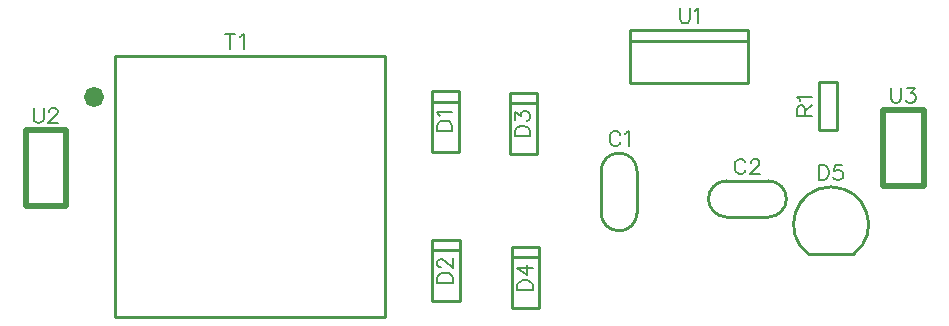
<source format=gbr>
G04 DipTrace 3.0.0.1*
G04 TopSilk.gbr*
%MOIN*%
G04 #@! TF.FileFunction,Legend,Top*
G04 #@! TF.Part,Single*
%ADD10C,0.009843*%
%ADD21C,0.019685*%
%ADD25O,0.067339X0.065076*%
%ADD59C,0.00772*%
%FSLAX26Y26*%
G04*
G70*
G90*
G75*
G01*
G04 TopSilk*
%LPD*%
X2434882Y1099468D2*
D10*
Y959588D1*
X2554882Y1099468D2*
Y959588D1*
X2434882D2*
G03X2554882Y959588I60000J-60D01*
G01*
Y1099468D2*
G03X2434882Y1099468I-60000J60D01*
G01*
X2992775Y1066299D2*
X2852895D1*
X2992775Y946299D2*
X2852895D1*
Y1066299D2*
G03X2852895Y946299I-60J-60000D01*
G01*
X2992775D2*
G03X2992775Y1066299I60J60000D01*
G01*
X1871260Y1364252D2*
X1961811D1*
Y1163307D1*
X1871260Y1330868D2*
X1961811D1*
X1871260Y1163307D2*
X1961811D1*
X1871260Y1364252D2*
Y1163307D1*
X1872441Y868189D2*
X1962992D1*
Y667244D1*
X1872441Y834805D2*
X1962992D1*
X1872441Y667244D2*
X1962992D1*
X1872441Y868189D2*
Y667244D1*
X2130315Y1357953D2*
X2220866D1*
Y1157008D1*
X2130315Y1324569D2*
X2220866D1*
X2130315Y1157008D2*
X2220866D1*
X2130315Y1357953D2*
Y1157008D1*
X2138976Y844961D2*
X2229528D1*
Y644016D1*
X2138976Y811576D2*
X2229528D1*
X2138976Y644016D2*
X2229528D1*
X2138976Y844961D2*
Y644016D1*
X3276513Y821266D2*
X3126637D1*
X3276813Y821491D2*
G03X3126337Y821491I-75238J99796D01*
G01*
X516535Y1236220D2*
D21*
X652362D1*
Y983071D1*
X516535D1*
Y1236220D1*
X3222520Y1394717D2*
D10*
X3162520D1*
X3222520Y1234417D2*
Y1394717D1*
Y1234417D2*
X3162520D1*
Y1394717D1*
X812997Y1483425D2*
X1713021D1*
Y613425D1*
X812997D1*
Y1483425D1*
D25*
X746108Y1346313D3*
X2531496Y1568504D2*
D10*
X2925197D1*
Y1391339D1*
X2531496D1*
Y1568504D1*
Y1533071D2*
X2925197D1*
X3374803Y1303543D2*
D21*
X3510630D1*
Y1050394D1*
X3374803D1*
Y1303543D1*
X2499100Y1220812D2*
D59*
X2496724Y1225566D1*
X2491915Y1230374D1*
X2487162Y1232751D1*
X2477601D1*
X2472792Y1230374D1*
X2468039Y1225566D1*
X2465607Y1220812D1*
X2463231Y1213627D1*
Y1201634D1*
X2465607Y1194504D1*
X2468039Y1189696D1*
X2472792Y1184942D1*
X2477601Y1182511D1*
X2487162D1*
X2491915Y1184942D1*
X2496724Y1189696D1*
X2499100Y1194504D1*
X2514540Y1223134D2*
X2519348Y1225566D1*
X2526533Y1232695D1*
Y1182511D1*
X2916303Y1127584D2*
X2913927Y1132337D1*
X2909118Y1137146D1*
X2904365Y1139522D1*
X2894803D1*
X2889995Y1137146D1*
X2885242Y1132337D1*
X2882810Y1127584D1*
X2880433Y1120399D1*
Y1108406D1*
X2882810Y1101276D1*
X2885242Y1096467D1*
X2889995Y1091714D1*
X2894803Y1089282D1*
X2904365D1*
X2909118Y1091714D1*
X2913927Y1096467D1*
X2916303Y1101276D1*
X2934174Y1127529D2*
Y1129905D1*
X2936551Y1134714D1*
X2938928Y1137090D1*
X2943736Y1139467D1*
X2953298D1*
X2958051Y1137090D1*
X2960427Y1134714D1*
X2962859Y1129905D1*
Y1125152D1*
X2960427Y1120344D1*
X2955674Y1113214D1*
X2931743Y1089282D1*
X2965236D1*
X1888403Y1233317D2*
X1938643D1*
Y1250063D1*
X1936211Y1257248D1*
X1931458Y1262057D1*
X1926650Y1264433D1*
X1919520Y1266810D1*
X1907527D1*
X1900342Y1264433D1*
X1895588Y1262057D1*
X1890780Y1257248D1*
X1888403Y1250063D1*
Y1233317D1*
X1898020Y1282249D2*
X1895588Y1287058D1*
X1888459Y1294243D1*
X1938643D1*
X1889584Y726504D2*
X1939824D1*
Y743250D1*
X1937393Y750435D1*
X1932639Y755244D1*
X1927831Y757620D1*
X1920701Y759997D1*
X1908708D1*
X1901523Y757620D1*
X1896769Y755244D1*
X1891961Y750435D1*
X1889584Y743250D1*
Y726504D1*
X1901578Y777868D2*
X1899201D1*
X1894393Y780245D1*
X1892016Y782621D1*
X1889640Y787430D1*
Y796991D1*
X1892016Y801745D1*
X1894393Y804121D1*
X1899201Y806553D1*
X1903954D1*
X1908763Y804121D1*
X1915893Y799368D1*
X1939824Y775436D1*
Y808930D1*
X2147458Y1216267D2*
X2197698D1*
Y1233014D1*
X2195267Y1240199D1*
X2190513Y1245008D1*
X2185705Y1247384D1*
X2178575Y1249761D1*
X2166582D1*
X2159397Y1247384D1*
X2154643Y1245008D1*
X2149835Y1240199D1*
X2147458Y1233014D1*
Y1216267D1*
X2147514Y1270008D2*
Y1296261D1*
X2166637Y1281947D1*
Y1289132D1*
X2169014Y1293885D1*
X2171390Y1296261D1*
X2178575Y1298693D1*
X2183328D1*
X2190513Y1296261D1*
X2195322Y1291508D1*
X2197698Y1284323D1*
Y1277138D1*
X2195322Y1270008D1*
X2192890Y1267632D1*
X2188137Y1265200D1*
X2156120Y702087D2*
X2206360D1*
Y718834D1*
X2203928Y726019D1*
X2199175Y730827D1*
X2194366Y733204D1*
X2187237Y735580D1*
X2175243D1*
X2168058Y733204D1*
X2163305Y730827D1*
X2158496Y726019D1*
X2156120Y718834D1*
Y702087D1*
X2206360Y774951D2*
X2156175D1*
X2189613Y751020D1*
Y786889D1*
X3160362Y1119489D2*
Y1069249D1*
X3177109D1*
X3184294Y1071681D1*
X3189102Y1076435D1*
X3191479Y1081243D1*
X3193855Y1088373D1*
Y1100366D1*
X3191479Y1107551D1*
X3189102Y1112304D1*
X3184294Y1117113D1*
X3177109Y1119489D1*
X3160362D1*
X3237979Y1119434D2*
X3214103D1*
X3211726Y1097934D1*
X3214103Y1100311D1*
X3221288Y1102743D1*
X3228418D1*
X3235603Y1100311D1*
X3240411Y1095558D1*
X3242788Y1088373D1*
Y1083620D1*
X3240411Y1076435D1*
X3235603Y1071626D1*
X3228418Y1069249D1*
X3221288D1*
X3214103Y1071626D1*
X3211726Y1074058D1*
X3209294Y1078811D1*
X543236Y1309444D2*
Y1273574D1*
X545612Y1266389D1*
X550421Y1261635D1*
X557606Y1259204D1*
X562359D1*
X569544Y1261635D1*
X574353Y1266389D1*
X576729Y1273574D1*
Y1309444D1*
X594600Y1297450D2*
Y1299827D1*
X596977Y1304635D1*
X599353Y1307012D1*
X604162Y1309388D1*
X613724D1*
X618477Y1307012D1*
X620853Y1304635D1*
X623285Y1299827D1*
Y1295073D1*
X620853Y1290265D1*
X616100Y1283135D1*
X592168Y1259204D1*
X625662D1*
X3113228Y1284104D2*
Y1305604D1*
X3110797Y1312789D1*
X3108420Y1315221D1*
X3103667Y1317597D1*
X3098858D1*
X3094105Y1315221D1*
X3091673Y1312789D1*
X3089297Y1305604D1*
Y1284104D1*
X3139537D1*
X3113228Y1300851D2*
X3139537Y1317597D1*
X3098914Y1333037D2*
X3096482Y1337845D1*
X3089352Y1345030D1*
X3139537D1*
X1199013Y1556648D2*
Y1506408D1*
X1182267Y1556648D2*
X1215760D1*
X1231199Y1547031D2*
X1236008Y1549463D1*
X1243193Y1556593D1*
Y1506408D1*
X2697883Y1641727D2*
Y1605857D1*
X2700260Y1598672D1*
X2705068Y1593919D1*
X2712253Y1591487D1*
X2717007D1*
X2724192Y1593919D1*
X2729000Y1598672D1*
X2731377Y1605857D1*
Y1641727D1*
X2746816Y1632110D2*
X2751624Y1634542D1*
X2758809Y1641672D1*
Y1591487D1*
X3401504Y1376766D2*
Y1340896D1*
X3403880Y1333711D1*
X3408689Y1328958D1*
X3415874Y1326526D1*
X3420627D1*
X3427812Y1328958D1*
X3432620Y1333711D1*
X3434997Y1340896D1*
Y1376766D1*
X3455245Y1376711D2*
X3481498D1*
X3467183Y1357588D1*
X3474368D1*
X3479121Y1355211D1*
X3481498Y1352835D1*
X3483929Y1345650D1*
Y1340896D1*
X3481498Y1333711D1*
X3476744Y1328903D1*
X3469559Y1326526D1*
X3462374D1*
X3455245Y1328903D1*
X3452868Y1331335D1*
X3450436Y1336088D1*
M02*

</source>
